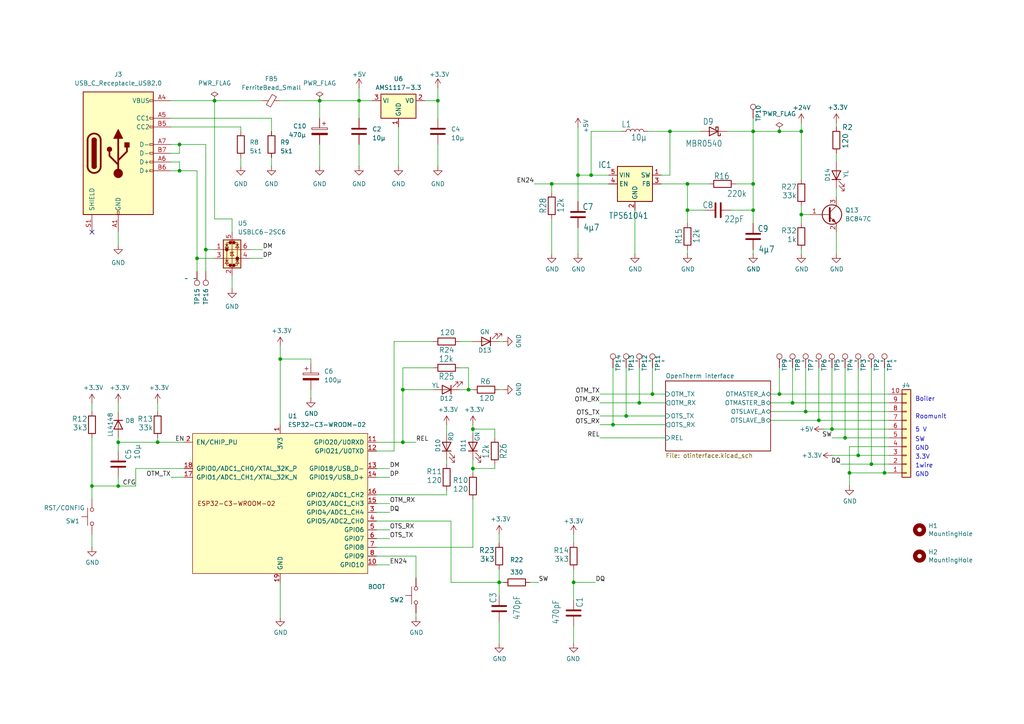
<source format=kicad_sch>
(kicad_sch (version 20250114) (generator "eeschema") (generator_version "9.0")
  (paper "A4")
  (title_block (title "OT Thing") (date "2025-01-08") (rev "2/25") (company "Seegel Systeme"))
  (text "Boiler" (at 265.43 116.586 0) (effects (font (size 1.27 1.27)) (justify left bottom)))
  (text "3.3V" (at 265.43 133.35 0) (effects (font (size 1.27 1.27)) (justify left bottom)))
  (text "GND" (at 265.43 130.81 0) (effects (font (size 1.27 1.27)) (justify left bottom)))
  (text "1wire" (at 265.43 135.89 0) (effects (font (size 1.27 1.27)) (justify left bottom)))
  (text "5 V" (at 265.43 125.476 0) (effects (font (size 1.27 1.27)) (justify left bottom)))
  (text "GND" (at 265.43 138.43 0) (effects (font (size 1.27 1.27)) (justify left bottom)))
  (text "SW" (at 265.43 128.27 0) (effects (font (size 1.27 1.27)) (justify left bottom)))
  (text "Roomunit" (at 265.43 121.666 0) (effects (font (size 1.27 1.27)) (justify left bottom)))
  (junction (at 252.73 134.62))
  (junction (at 232.41 62.23))
  (junction (at 127 29.21))
  (junction (at 246.38 137.16))
  (junction (at 237.49 121.92))
  (junction (at 177.8 123.19))
  (junction (at 245.11 127))
  (junction (at 232.41 38.1))
  (junction (at 218.44 60.96))
  (junction (at 92.71 29.21))
  (junction (at 135.89 113.03))
  (junction (at 229.87 116.84))
  (junction (at 199.39 60.96))
  (junction (at 218.44 53.34))
  (junction (at 166.37 168.91))
  (junction (at 226.06 114.3))
  (junction (at 218.44 38.1))
  (junction (at 171.45 50.8))
  (junction (at 34.29 140.97))
  (junction (at 199.39 53.34))
  (junction (at 189.23 114.3))
  (junction (at 45.72 128.27))
  (junction (at 194.31 38.1))
  (junction (at 52.07 41.91))
  (junction (at 81.28 104.14))
  (junction (at 59.69 72.39))
  (junction (at 181.61 120.65))
  (junction (at 241.3 124.46))
  (junction (at 34.29 128.27))
  (junction (at 26.67 140.97))
  (junction (at 256.54 137.16))
  (junction (at 62.23 29.21))
  (junction (at 167.64 50.8))
  (junction (at 52.07 49.53))
  (junction (at 226.06 38.1))
  (junction (at 104.14 29.21))
  (junction (at 144.78 168.91))
  (junction (at 160.02 53.34))
  (junction (at 185.42 116.84))
  (junction (at 57.15 74.93))
  (junction (at 248.92 132.08))
  (junction (at 137.16 135.89))
  (junction (at 137.16 124.46))
  (junction (at 116.84 128.27))
  (junction (at 116.84 113.03))
  (junction (at 233.68 119.38))
  (no_connect (at 26.67 67.31))
  (wire (pts (xy 129.54 133.35) (xy 129.54 134.62)))
  (wire (pts (xy 232.41 35.56) (xy 232.41 38.1)))
  (wire (pts (xy 226.06 38.1) (xy 232.41 38.1)))
  (wire (pts (xy 226.06 106.68) (xy 226.06 114.3)))
  (wire (pts (xy 144.78 99.06) (xy 146.05 99.06)))
  (wire (pts (xy 39.37 135.89) (xy 39.37 140.97)))
  (wire (pts (xy 167.64 50.8) (xy 167.64 58.42)))
  (wire (pts (xy 167.64 66.04) (xy 167.64 73.66)))
  (wire (pts (xy 248.92 106.68) (xy 248.92 132.08)))
  (wire (pts (xy 26.67 140.97) (xy 26.67 144.78)))
  (wire (pts (xy 49.53 36.83) (xy 69.85 36.83)))
  (wire (pts (xy 241.3 132.08) (xy 248.92 132.08)))
  (wire (pts (xy 57.15 49.53) (xy 57.15 74.93)))
  (wire (pts (xy 137.16 158.75) (xy 137.16 144.78)))
  (wire (pts (xy 242.57 54.61) (xy 242.57 57.15)))
  (wire (pts (xy 143.51 135.89) (xy 137.16 135.89)))
  (wire (pts (xy 109.22 156.21) (xy 113.03 156.21)))
  (wire (pts (xy 116.84 128.27) (xy 116.84 113.03)))
  (wire (pts (xy 62.23 29.21) (xy 76.2 29.21)))
  (wire (pts (xy 237.49 106.68) (xy 237.49 121.92)))
  (wire (pts (xy 127 41.91) (xy 127 48.26)))
  (wire (pts (xy 109.22 130.81) (xy 114.3 130.81)))
  (wire (pts (xy 223.52 114.3) (xy 226.06 114.3)))
  (wire (pts (xy 109.22 146.05) (xy 113.03 146.05)))
  (wire (pts (xy 166.37 168.91) (xy 166.37 173.99)))
  (wire (pts (xy 67.31 63.5) (xy 62.23 63.5)))
  (wire (pts (xy 252.73 106.68) (xy 252.73 134.62)))
  (wire (pts (xy 232.41 38.1) (xy 232.41 52.07)))
  (wire (pts (xy 144.78 168.91) (xy 144.78 172.72)))
  (wire (pts (xy 171.45 50.8) (xy 176.53 50.8)))
  (wire (pts (xy 243.84 134.62) (xy 252.73 134.62)))
  (wire (pts (xy 114.3 130.81) (xy 114.3 99.06)))
  (wire (pts (xy 229.87 106.68) (xy 229.87 116.84)))
  (wire (pts (xy 166.37 168.91) (xy 172.72 168.91)))
  (wire (pts (xy 116.84 106.68) (xy 116.84 113.03)))
  (wire (pts (xy 199.39 72.39) (xy 199.39 73.66)))
  (wire (pts (xy 137.16 135.89) (xy 137.16 137.16)))
  (wire (pts (xy 245.11 127) (xy 257.81 127)))
  (wire (pts (xy 185.42 106.68) (xy 185.42 116.84)))
  (wire (pts (xy 137.16 124.46) (xy 143.51 124.46)))
  (wire (pts (xy 210.82 38.1) (xy 218.44 38.1)))
  (wire (pts (xy 135.89 113.03) (xy 135.89 106.68)))
  (wire (pts (xy 160.02 63.5) (xy 160.02 73.66)))
  (wire (pts (xy 34.29 127) (xy 34.29 128.27)))
  (wire (pts (xy 109.22 128.27) (xy 116.84 128.27)))
  (wire (pts (xy 223.52 116.84) (xy 229.87 116.84)))
  (wire (pts (xy 92.71 41.91) (xy 92.71 48.26)))
  (wire (pts (xy 252.73 134.62) (xy 257.81 134.62)))
  (wire (pts (xy 166.37 181.61) (xy 166.37 186.69)))
  (wire (pts (xy 171.45 38.1) (xy 171.45 50.8)))
  (wire (pts (xy 59.69 72.39) (xy 62.23 72.39)))
  (wire (pts (xy 173.99 123.19) (xy 177.8 123.19)))
  (wire (pts (xy 120.65 177.8) (xy 120.65 179.07)))
  (wire (pts (xy 52.07 41.91) (xy 59.69 41.91)))
  (wire (pts (xy 229.87 116.84) (xy 257.81 116.84)))
  (wire (pts (xy 177.8 123.19) (xy 193.04 123.19)))
  (wire (pts (xy 171.45 38.1) (xy 180.34 38.1)))
  (wire (pts (xy 246.38 129.54) (xy 246.38 137.16)))
  (wire (pts (xy 144.78 113.03) (xy 146.05 113.03)))
  (wire (pts (xy 104.14 41.91) (xy 104.14 48.26)))
  (wire (pts (xy 114.3 99.06) (xy 125.73 99.06)))
  (wire (pts (xy 59.69 41.91) (xy 59.69 72.39)))
  (wire (pts (xy 184.15 60.96) (xy 184.15 73.66)))
  (wire (pts (xy 34.29 140.97) (xy 39.37 140.97)))
  (wire (pts (xy 115.57 36.83) (xy 115.57 48.26)))
  (wire (pts (xy 233.68 119.38) (xy 257.81 119.38)))
  (wire (pts (xy 129.54 143.51) (xy 129.54 142.24)))
  (wire (pts (xy 137.16 124.46) (xy 137.16 125.73)))
  (wire (pts (xy 173.99 120.65) (xy 181.61 120.65)))
  (wire (pts (xy 181.61 120.65) (xy 193.04 120.65)))
  (wire (pts (xy 187.96 38.1) (xy 194.31 38.1)))
  (wire (pts (xy 213.36 53.34) (xy 218.44 53.34)))
  (wire (pts (xy 49.53 46.99) (xy 52.07 46.99)))
  (wire (pts (xy 143.51 134.62) (xy 143.51 135.89)))
  (wire (pts (xy 237.49 121.92) (xy 257.81 121.92)))
  (wire (pts (xy 256.54 137.16) (xy 257.81 137.16)))
  (wire (pts (xy 26.67 127) (xy 26.67 140.97)))
  (wire (pts (xy 223.52 121.92) (xy 237.49 121.92)))
  (wire (pts (xy 246.38 137.16) (xy 246.38 140.97)))
  (wire (pts (xy 92.71 29.21) (xy 92.71 34.29)))
  (wire (pts (xy 144.78 165.1) (xy 144.78 168.91)))
  (wire (pts (xy 49.53 41.91) (xy 52.07 41.91)))
  (wire (pts (xy 45.72 127) (xy 45.72 128.27)))
  (wire (pts (xy 81.28 100.33) (xy 81.28 104.14)))
  (wire (pts (xy 143.51 124.46) (xy 143.51 127)))
  (wire (pts (xy 133.35 99.06) (xy 137.16 99.06)))
  (wire (pts (xy 218.44 60.96) (xy 218.44 64.77)))
  (wire (pts (xy 109.22 143.51) (xy 129.54 143.51)))
  (wire (pts (xy 116.84 113.03) (xy 125.73 113.03)))
  (wire (pts (xy 39.37 135.89) (xy 53.34 135.89)))
  (wire (pts (xy 218.44 53.34) (xy 218.44 60.96)))
  (wire (pts (xy 246.38 137.16) (xy 256.54 137.16)))
  (wire (pts (xy 218.44 38.1) (xy 218.44 53.34)))
  (wire (pts (xy 120.65 161.29) (xy 120.65 167.64)))
  (wire (pts (xy 90.17 104.14) (xy 81.28 104.14)))
  (wire (pts (xy 137.16 123.19) (xy 137.16 124.46)))
  (wire (pts (xy 242.57 67.31) (xy 242.57 73.66)))
  (wire (pts (xy 154.94 53.34) (xy 160.02 53.34)))
  (wire (pts (xy 57.15 74.93) (xy 62.23 74.93)))
  (wire (pts (xy 153.67 168.91) (xy 156.21 168.91)))
  (wire (pts (xy 212.09 60.96) (xy 218.44 60.96)))
  (wire (pts (xy 144.78 154.94) (xy 144.78 157.48)))
  (wire (pts (xy 194.31 38.1) (xy 194.31 50.8)))
  (wire (pts (xy 81.28 168.91) (xy 81.28 179.07)))
  (wire (pts (xy 144.78 168.91) (xy 146.05 168.91)))
  (wire (pts (xy 49.53 44.45) (xy 52.07 44.45)))
  (wire (pts (xy 185.42 116.84) (xy 193.04 116.84)))
  (wire (pts (xy 109.22 138.43) (xy 113.03 138.43)))
  (wire (pts (xy 109.22 148.59) (xy 113.03 148.59)))
  (wire (pts (xy 166.37 168.91) (xy 166.37 165.1)))
  (wire (pts (xy 133.35 113.03) (xy 135.89 113.03)))
  (wire (pts (xy 130.81 151.13) (xy 130.81 168.91)))
  (wire (pts (xy 52.07 46.99) (xy 52.07 49.53)))
  (wire (pts (xy 167.64 50.8) (xy 171.45 50.8)))
  (wire (pts (xy 125.73 106.68) (xy 116.84 106.68)))
  (wire (pts (xy 181.61 106.68) (xy 181.61 120.65)))
  (wire (pts (xy 173.99 127) (xy 193.04 127)))
  (wire (pts (xy 78.74 34.29) (xy 78.74 38.1)))
  (wire (pts (xy 127 29.21) (xy 127 34.29)))
  (wire (pts (xy 81.28 29.21) (xy 92.71 29.21)))
  (wire (pts (xy 26.67 116.84) (xy 26.67 119.38)))
  (wire (pts (xy 104.14 29.21) (xy 104.14 34.29)))
  (wire (pts (xy 232.41 62.23) (xy 234.95 62.23)))
  (wire (pts (xy 49.53 49.53) (xy 52.07 49.53)))
  (wire (pts (xy 246.38 129.54) (xy 257.81 129.54)))
  (wire (pts (xy 123.19 29.21) (xy 127 29.21)))
  (wire (pts (xy 204.47 60.96) (xy 199.39 60.96)))
  (wire (pts (xy 177.8 106.68) (xy 177.8 123.19)))
  (wire (pts (xy 45.72 116.84) (xy 45.72 119.38)))
  (wire (pts (xy 49.53 29.21) (xy 62.23 29.21)))
  (wire (pts (xy 241.3 127) (xy 245.11 127)))
  (wire (pts (xy 109.22 161.29) (xy 120.65 161.29)))
  (wire (pts (xy 45.72 128.27) (xy 53.34 128.27)))
  (wire (pts (xy 173.99 116.84) (xy 185.42 116.84)))
  (wire (pts (xy 130.81 168.91) (xy 144.78 168.91)))
  (wire (pts (xy 69.85 45.72) (xy 69.85 48.26)))
  (wire (pts (xy 194.31 38.1) (xy 203.2 38.1)))
  (wire (pts (xy 107.95 29.21) (xy 104.14 29.21)))
  (wire (pts (xy 52.07 41.91) (xy 52.07 44.45)))
  (wire (pts (xy 144.78 180.34) (xy 144.78 186.69)))
  (wire (pts (xy 129.54 123.19) (xy 129.54 125.73)))
  (wire (pts (xy 53.34 138.43) (xy 49.53 138.43)))
  (wire (pts (xy 226.06 114.3) (xy 257.81 114.3)))
  (wire (pts (xy 199.39 60.96) (xy 199.39 64.77)))
  (wire (pts (xy 135.89 106.68) (xy 133.35 106.68)))
  (wire (pts (xy 166.37 154.94) (xy 166.37 157.48)))
  (wire (pts (xy 173.99 114.3) (xy 189.23 114.3)))
  (wire (pts (xy 34.29 128.27) (xy 34.29 130.81)))
  (wire (pts (xy 57.15 74.93) (xy 57.15 78.74)))
  (wire (pts (xy 69.85 36.83) (xy 69.85 38.1)))
  (wire (pts (xy 52.07 49.53) (xy 57.15 49.53)))
  (wire (pts (xy 189.23 106.68) (xy 189.23 114.3)))
  (wire (pts (xy 26.67 158.75) (xy 26.67 154.94)))
  (wire (pts (xy 218.44 72.39) (xy 218.44 73.66)))
  (wire (pts (xy 238.76 124.46) (xy 241.3 124.46)))
  (wire (pts (xy 34.29 140.97) (xy 34.29 138.43)))
  (wire (pts (xy 34.29 128.27) (xy 45.72 128.27)))
  (wire (pts (xy 109.22 153.67) (xy 113.03 153.67)))
  (wire (pts (xy 109.22 163.83) (xy 113.03 163.83)))
  (wire (pts (xy 72.39 72.39) (xy 76.2 72.39)))
  (wire (pts (xy 232.41 72.39) (xy 232.41 73.66)))
  (wire (pts (xy 199.39 53.34) (xy 205.74 53.34)))
  (wire (pts (xy 92.71 29.21) (xy 104.14 29.21)))
  (wire (pts (xy 127 25.4) (xy 127 29.21)))
  (wire (pts (xy 256.54 106.68) (xy 256.54 137.16)))
  (wire (pts (xy 199.39 53.34) (xy 199.39 60.96)))
  (wire (pts (xy 248.92 132.08) (xy 257.81 132.08)))
  (wire (pts (xy 81.28 104.14) (xy 81.28 123.19)))
  (wire (pts (xy 191.77 53.34) (xy 199.39 53.34)))
  (wire (pts (xy 137.16 133.35) (xy 137.16 135.89)))
  (wire (pts (xy 34.29 67.31) (xy 34.29 71.12)))
  (wire (pts (xy 160.02 53.34) (xy 160.02 55.88)))
  (wire (pts (xy 26.67 140.97) (xy 34.29 140.97)))
  (wire (pts (xy 194.31 50.8) (xy 191.77 50.8)))
  (wire (pts (xy 116.84 128.27) (xy 120.65 128.27)))
  (wire (pts (xy 78.74 45.72) (xy 78.74 48.26)))
  (wire (pts (xy 218.44 38.1) (xy 226.06 38.1)))
  (wire (pts (xy 189.23 114.3) (xy 193.04 114.3)))
  (wire (pts (xy 62.23 29.21) (xy 62.23 63.5)))
  (wire (pts (xy 67.31 80.01) (xy 67.31 83.82)))
  (wire (pts (xy 67.31 63.5) (xy 67.31 67.31)))
  (wire (pts (xy 104.14 25.4) (xy 104.14 29.21)))
  (wire (pts (xy 233.68 106.68) (xy 233.68 119.38)))
  (wire (pts (xy 241.3 106.68) (xy 241.3 124.46)))
  (wire (pts (xy 242.57 44.45) (xy 242.57 46.99)))
  (wire (pts (xy 90.17 113.03) (xy 90.17 115.57)))
  (wire (pts (xy 218.44 34.29) (xy 218.44 38.1)))
  (wire (pts (xy 72.39 74.93) (xy 76.2 74.93)))
  (wire (pts (xy 109.22 135.89) (xy 113.03 135.89)))
  (wire (pts (xy 241.3 124.46) (xy 257.81 124.46)))
  (wire (pts (xy 167.64 36.83) (xy 167.64 50.8)))
  (wire (pts (xy 245.11 106.68) (xy 245.11 127)))
  (wire (pts (xy 49.53 34.29) (xy 78.74 34.29)))
  (wire (pts (xy 109.22 151.13) (xy 130.81 151.13)))
  (wire (pts (xy 223.52 119.38) (xy 233.68 119.38)))
  (wire (pts (xy 232.41 62.23) (xy 232.41 64.77)))
  (wire (pts (xy 109.22 158.75) (xy 137.16 158.75)))
  (wire (pts (xy 59.69 72.39) (xy 59.69 78.74)))
  (wire (pts (xy 160.02 53.34) (xy 176.53 53.34)))
  (wire (pts (xy 34.29 119.38) (xy 34.29 116.84)))
  (wire (pts (xy 90.17 104.14) (xy 90.17 105.41)))
  (wire (pts (xy 242.57 35.56) (xy 242.57 36.83)))
  (wire (pts (xy 232.41 59.69) (xy 232.41 62.23)))
  (wire (pts (xy 135.89 113.03) (xy 137.16 113.03)))
  (label "OTM_TX" (at 49.53 138.43 180))
  (label "OTM_RX" (at 173.99 116.84 180))
  (label "DP" (at 76.2 74.93 0))
  (label "OTS_RX" (at 113.03 153.67 0))
  (label "EN24" (at 113.03 163.83 0))
  (label "OTS_RX" (at 173.99 123.19 180))
  (label "REL" (at 120.65 128.27 0))
  (label "SW" (at 241.3 127 180))
  (label "OTS_TX" (at 173.99 120.65 180))
  (label "DQ" (at 172.72 168.91 0))
  (label "OTM_RX" (at 113.03 146.05 0))
  (label "EN" (at 50.8 128.27 0))
  (label "EN24" (at 154.94 53.34 180))
  (label "DP" (at 113.03 138.43 0))
  (label "DQ" (at 113.03 148.59 0))
  (label "SW" (at 156.21 168.91 0))
  (label "OTM_TX" (at 173.99 114.3 180))
  (label "OTS_TX" (at 113.03 156.21 0))
  (label "DM" (at 113.03 135.89 0))
  (label "CFG" (at 35.56 140.97 0))
  (label "DM" (at 76.2 72.39 0))
  (label "REL" (at 173.99 127 180))
  (label "DQ" (at 243.84 134.62 180))
  (symbol (lib_id "Mechanical:MountingHole") (at 266.7 153.67 0) (unit 1) (in_bom no)
    (property "Reference" "H1" (at 269.24 152.5016 0) (effects (justify left)))
    (property "Value" "MountingHole" (at 269.24 154.813 0) (effects (justify left)))
    (property "Footprint" "MountingHole:MountingHole_2.5mm" (effects (hide yes)))
  )
  (symbol (lib_id "Mechanical:MountingHole") (at 266.7 161.29 0) (unit 1) (in_bom no)
    (property "Reference" "H2" (at 269.24 160.1216 0) (effects (justify left)))
    (property "Value" "MountingHole" (at 269.24 162.433 0) (effects (justify left)))
    (property "Footprint" "MountingHole:MountingHole_2.5mm" (effects (hide yes)))
  )
  (symbol (lib_id "Connector:TestPoint") (at 177.8 106.68 0) (unit 1) (in_bom no)
    (property "Reference" "TP14" (at 179.324 107.696 90) (effects (justify left)))
    (property "Value" "~" (at 180.34 104.6479 0) (effects (justify left)))
    (property "Footprint" "TestPoint:TestPoint_THTPad_D1.5mm_Drill0.7mm" (effects (hide yes)))
    (property "Description" "test point" (effects (hide yes)))
  )
  (symbol (lib_id "power:GND") (at 146.05 113.03 90) (unit 1)
    (property "Reference" "#PWR043" (effects (hide yes)))
    (property "Value" "GND" (at 150.4442 112.903 0))
    (property "Description" "Power symbol creates a global label with name \"GND\" , ground" (effects (hide yes)))
  )
  (symbol (lib_id "Device:LED") (at 137.16 129.54 90) (unit 1)
    (property "Reference" "D11" (at 134.366 127.254 0) (effects (justify right)))
    (property "Value" "GN" (at 138.43 125.222 0) (effects (justify right)))
    (property "Footprint" "LED_SMD:LED_0805_2012Metric" (effects (hide yes)))
    (property "Description" "Light emitting diode" (effects (hide yes)))
    (property "LCSC" "C965815" (effects (hide yes)))
    (property "Sim.Pins" "1=K 2=A" (effects (hide yes)))
  )
  (symbol (lib_id "power:+3.3V") (at 166.37 154.94 0) (mirror y) (unit 1)
    (property "Reference" "#PWR022" (effects (hide yes)))
    (property "Value" "+3.3V" (at 166.37 151.13 0))
    (property "Description" "Power symbol creates a global label with name \"+3.3V\"" (effects (hide yes)))
  )
  (symbol (lib_id "Device:R") (at 199.39 68.58 0) (unit 1)
    (property "Reference" "R15" (at 197.866 70.866 90) (effects (font (size 1.778 1.5113)) (justify left bottom)))
    (property "Value" "12k" (at 202.946 70.612 90) (effects (font (size 1.778 1.5113)) (justify left bottom)))
    (property "Footprint" "Resistor_SMD:R_0805_2012Metric" (effects (hide yes)))
    (property "LCSC" "C17444" (effects (hide yes)))
  )
  (symbol (lib_id "Device:C") (at 144.78 176.53 0) (unit 1)
    (property "Reference" "C3" (at 144.018 175.006 90) (effects (font (size 1.778 1.5113)) (justify left bottom)))
    (property "Value" "470pF" (at 150.876 179.832 90) (effects (font (size 1.778 1.5113)) (justify left bottom)))
    (property "Footprint" "Capacitor_SMD:C_0805_2012Metric" (effects (hide yes)))
    (property "LCSC" "C62771" (effects (hide yes)))
  )
  (symbol (lib_id "power:GND") (at 120.65 179.07 0) (unit 1)
    (property "Reference" "#PWR010" (effects (hide yes)))
    (property "Value" "GND" (at 120.777 183.4642 0))
    (property "Description" "Power symbol creates a global label with name \"GND\" , ground" (effects (hide yes)))
  )
  (symbol (lib_id "power:GND") (at 90.17 115.57 0) (unit 1)
    (property "Reference" "#PWR024" (effects (hide yes)))
    (property "Value" "GND" (at 90.297 119.9642 0))
    (property "Description" "Power symbol creates a global label with name \"GND\" , ground" (effects (hide yes)))
  )
  (symbol (lib_id "power:GND") (at 34.29 71.12 0) (unit 1)
    (property "Reference" "#PWR01" (effects (hide yes)))
    (property "Value" "GND" (at 34.29 76.2 0))
    (property "Description" "Power symbol creates a global label with name \"GND\" , ground" (effects (hide yes)))
  )
  (symbol (lib_id "Device:C") (at 166.37 177.8 0) (mirror y) (unit 1)
    (property "Reference" "C1" (at 167.132 176.276 90) (effects (font (size 1.778 1.5113)) (justify left bottom)))
    (property "Value" "470pF" (at 160.274 181.102 90) (effects (font (size 1.778 1.5113)) (justify left bottom)))
    (property "Footprint" "Capacitor_SMD:C_0805_2012Metric" (effects (hide yes)))
    (property "LCSC" "C62771" (effects (hide yes)))
  )
  (symbol (lib_id "Connector:TestPoint") (at 252.73 106.68 0) (unit 1) (in_bom no)
    (property "Reference" "TP2" (at 254.254 107.696 90) (effects (justify left)))
    (property "Value" "~" (at 255.27 104.6479 0) (effects (justify left)))
    (property "Footprint" "TestPoint:TestPoint_THTPad_D1.5mm_Drill0.7mm" (effects (hide yes)))
    (property "Description" "test point" (effects (hide yes)))
  )
  (symbol (lib_id "Device:C") (at 218.44 68.58 0) (unit 1)
    (property "Reference" "C9" (at 219.71 67.31 0) (effects (font (size 1.778 1.5113)) (justify left bottom)))
    (property "Value" "4µ7" (at 219.964 73.279 0) (effects (font (size 1.778 1.5113)) (justify left bottom)))
    (property "Footprint" "Capacitor_SMD:C_0805_2012Metric" (effects (hide yes)))
    (property "LCSC" "C2918489" (effects (hide yes)))
  )
  (symbol (lib_id "power:+3.3V") (at 129.54 123.19 0) (unit 1)
    (property "Reference" "#PWR014" (effects (hide yes)))
    (property "Value" "+3.3V" (at 129.921 118.7958 0))
    (property "Description" "Power symbol creates a global label with name \"+3.3V\"" (effects (hide yes)))
  )
  (symbol (lib_id "power:+3.3V") (at 26.67 116.84 0) (unit 1)
    (property "Reference" "#PWR017" (effects (hide yes)))
    (property "Value" "+3.3V" (at 27.051 112.4458 0))
    (property "Description" "Power symbol creates a global label with name \"+3.3V\"" (effects (hide yes)))
  )
  (symbol (lib_id "power:+3.3V") (at 137.16 123.19 0) (unit 1)
    (property "Reference" "#PWR041" (effects (hide yes)))
    (property "Value" "+3.3V" (at 137.541 118.7958 0))
    (property "Description" "Power symbol creates a global label with name \"+3.3V\"" (effects (hide yes)))
  )
  (symbol (lib_id "power:GND") (at 104.14 48.26 0) (unit 1)
    (property "Reference" "#PWR012" (effects (hide yes)))
    (property "Value" "GND" (at 104.14 53.34 0))
    (property "Description" "Power symbol creates a global label with name \"GND\" , ground" (effects (hide yes)))
  )
  (symbol (lib_id "Connector:TestPoint") (at 185.42 106.68 0) (unit 1) (in_bom no)
    (property "Reference" "TP12" (at 186.944 107.696 90) (effects (justify left)))
    (property "Value" "~" (at 187.96 104.6479 0) (effects (justify left)))
    (property "Footprint" "TestPoint:TestPoint_THTPad_D1.5mm_Drill0.7mm" (effects (hide yes)))
    (property "Description" "test point" (effects (hide yes)))
  )
  (symbol (lib_id "Device:C_Polarized") (at 90.17 109.22 0) (unit 1)
    (property "Reference" "C6" (at 93.98 107.696 0) (effects (justify left)))
    (property "Value" "100µ" (at 93.98 110.236 0) (effects (justify left)))
    (property "Footprint" "Capacitor_SMD:CP_Elec_6.3x5.4" (effects (hide yes)))
    (property "LCSC" "C2887276" (effects (hide yes)))
  )
  (symbol (lib_id "power:GND") (at 166.37 186.69 0) (mirror y) (unit 1)
    (property "Reference" "#PWR042" (effects (hide yes)))
    (property "Value" "GND" (at 166.243 191.0842 0))
    (property "Description" "Power symbol creates a global label with name \"GND\" , ground" (effects (hide yes)))
  )
  (symbol (lib_id "power:GND") (at 232.41 73.66 0) (unit 1)
    (property "Reference" "#PWR063" (effects (hide yes)))
    (property "Value" "GND" (at 232.537 78.0542 0))
    (property "Description" "Power symbol creates a global label with name \"GND\" , ground" (effects (hide yes)))
  )
  (symbol (lib_id "Switch:SW_Push") (at 26.67 149.86 90) (mirror x) (unit 1)
    (property "Reference" "SW1" (at 19.05 151.13 90) (effects (justify right)))
    (property "Value" "RST/CONFIG" (at 12.7 147.32 90) (effects (justify right)))
    (property "Footprint" "Button_Switch_THT:SW_Tactile_SPST_Angled_PTS645Vx83-2LFS" (effects (hide yes)))
    (property "LCSC" "C2837540" (effects (hide yes)))
  )
  (symbol (lib_id "Connector:TestPoint") (at 245.11 106.68 0) (unit 1) (in_bom no)
    (property "Reference" "TP4" (at 246.634 107.696 90) (effects (justify left)))
    (property "Value" "~" (at 247.65 104.6479 0) (effects (justify left)))
    (property "Footprint" "TestPoint:TestPoint_THTPad_D1.5mm_Drill0.7mm" (effects (hide yes)))
    (property "Description" "test point" (effects (hide yes)))
  )
  (symbol (lib_id "power:+3.3V") (at 127 25.4 0) (unit 1)
    (property "Reference" "#PWR015" (effects (hide yes)))
    (property "Value" "+3.3V" (at 124.46 21.59 0) (effects (justify left)))
    (property "Description" "Power symbol creates a global label with name \"+3.3V\"" (effects (hide yes)))
  )
  (symbol (lib_id "Device:R") (at 140.97 113.03 270) (unit 1)
    (property "Reference" "R6" (at 139.192 111.506 90) (effects (font (size 1.4986 1.4986)) (justify left bottom)))
    (property "Value" "120" (at 138.938 116.332 90) (effects (font (size 1.4986 1.4986)) (justify left bottom)))
    (property "Footprint" "Resistor_SMD:R_0805_2012Metric" (effects (hide yes)))
    (property "LCSC" "C17437" (effects (hide yes)))
  )
  (symbol (lib_id "Device:R") (at 129.54 138.43 180) (unit 1)
    (property "Reference" "R11" (at 128.27 135.89 0) (effects (font (size 1.4986 1.4986)) (justify left bottom)))
    (property "Value" "120" (at 128.27 138.43 0) (effects (font (size 1.4986 1.4986)) (justify left bottom)))
    (property "Footprint" "Resistor_SMD:R_0805_2012Metric" (effects (hide yes)))
    (property "LCSC" "C17437" (effects (hide yes)))
  )
  (symbol (lib_id "Device:R") (at 69.85 41.91 0) (unit 1)
    (property "Reference" "R8" (at 72.39 41.275 0) (effects (justify left)))
    (property "Value" "5k1" (at 72.39 43.815 0) (effects (justify left)))
    (property "Footprint" "Resistor_SMD:R_0805_2012Metric" (effects (hide yes)))
    (property "LCSC" "C118848" (effects (hide yes)))
  )
  (symbol (lib_id "power:+3.3V") (at 81.28 100.33 0) (unit 1)
    (property "Reference" "#PWR023" (effects (hide yes)))
    (property "Value" "+3.3V" (at 81.661 95.9358 0))
    (property "Description" "Power symbol creates a global label with name \"+3.3V\"" (effects (hide yes)))
  )
  (symbol (lib_id "Connector:TestPoint") (at 229.87 106.68 0) (unit 1) (in_bom no)
    (property "Reference" "TP8" (at 231.394 107.696 90) (effects (justify left)))
    (property "Value" "~" (at 232.41 104.6479 0) (effects (justify left)))
    (property "Footprint" "TestPoint:TestPoint_THTPad_D1.5mm_Drill0.7mm" (effects (hide yes)))
    (property "Description" "test point" (effects (hide yes)))
  )
  (symbol (lib_id "Connector:TestPoint") (at 57.15 78.74 180) (unit 1) (in_bom no)
    (property "Reference" "TP15" (at 57.15 83.566 90) (effects (justify left)))
    (property "Value" "~" (at 54.61 80.7721 0) (effects (justify left)))
    (property "Footprint" "TestPoint:TestPoint_THTPad_D1.5mm_Drill0.7mm" (effects (hide yes)))
    (property "Description" "test point" (effects (hide yes)))
  )
  (symbol (lib_id "power:GND") (at 78.74 48.26 0) (unit 1)
    (property "Reference" "#PWR08" (effects (hide yes)))
    (property "Value" "GND" (at 78.74 53.34 0))
    (property "Description" "Power symbol creates a global label with name \"GND\" , ground" (effects (hide yes)))
  )
  (symbol (lib_id "Device:C_Polarized") (at 92.71 38.1 0) (mirror y) (unit 1)
    (property "Reference" "C10" (at 88.9 36.576 0) (effects (justify left)))
    (property "Value" "470µ" (at 88.9 39.116 0) (effects (justify left)))
    (property "Footprint" "Capacitor_SMD:CP_Elec_6.3x7.7" (effects (hide yes)))
    (property "LCSC" "C87858" (effects (hide yes)))
  )
  (symbol (lib_id "Device:R") (at 232.41 55.88 180) (unit 1)
    (property "Reference" "R27" (at 231.14 53.34 0) (effects (font (size 1.4986 1.4986)) (justify left bottom)))
    (property "Value" "33k" (at 231.14 55.88 0) (effects (font (size 1.4986 1.4986)) (justify left bottom)))
    (property "Footprint" "Resistor_SMD:R_0805_2012Metric" (effects (hide yes)))
    (property "LCSC" "C17633" (effects (hide yes)))
  )
  (symbol (lib_id "power:+5V") (at 238.76 124.46 90) (unit 1)
    (property "Reference" "#PWR025" (effects (hide yes)))
    (property "Value" "+5V" (at 235.966 124.46 90) (effects (justify left)))
    (property "Description" "Power symbol creates a global label with name \"+5V\"" (effects (hide yes)))
  )
  (symbol (lib_id "Device:LED") (at 242.57 50.8 90) (unit 1)
    (property "Reference" "D14" (at 240.03 48.768 0) (effects (justify right)))
    (property "Value" "YL" (at 245.364 49.276 0) (effects (justify right)))
    (property "Footprint" "LED_SMD:LED_0805_2012Metric" (effects (hide yes)))
    (property "Description" "Light emitting diode" (effects (hide yes)))
    (property "LCSC" "C965816" (effects (hide yes)))
    (property "Sim.Pins" "1=K 2=A" (effects (hide yes)))
  )
  (symbol (lib_id "Device:R") (at 129.54 99.06 270) (unit 1)
    (property "Reference" "R24" (at 127.254 102.362 90) (effects (font (size 1.4986 1.4986)) (justify left bottom)))
    (property "Value" "120" (at 127.508 97.282 90) (effects (font (size 1.4986 1.4986)) (justify left bottom)))
    (property "Footprint" "Resistor_SMD:R_0805_2012Metric" (effects (hide yes)))
    (property "LCSC" "C17437" (effects (hide yes)))
  )
  (symbol (lib_id "Connector:TestPoint") (at 189.23 106.68 0) (unit 1) (in_bom no)
    (property "Reference" "TP11" (at 190.754 107.696 90) (effects (justify left)))
    (property "Value" "~" (at 191.77 104.6479 0) (effects (justify left)))
    (property "Footprint" "TestPoint:TestPoint_THTPad_D1.5mm_Drill0.7mm" (effects (hide yes)))
    (property "Description" "test point" (effects (hide yes)))
  )
  (symbol (lib_id "power:GND") (at 92.71 48.26 0) (unit 1)
    (property "Reference" "#PWR060" (effects (hide yes)))
    (property "Value" "GND" (at 92.71 53.34 0))
    (property "Description" "Power symbol creates a global label with name \"GND\" , ground" (effects (hide yes)))
  )
  (symbol (lib_id "Device:C") (at 104.14 38.1 0) (unit 1)
    (property "Reference" "C2" (at 107.95 37.465 0) (effects (justify left)))
    (property "Value" "10µ" (at 107.95 40.005 0) (effects (justify left)))
    (property "Footprint" "Capacitor_SMD:C_0805_2012Metric" (effects (hide yes)))
    (property "LCSC" "C90543" (effects (hide yes)))
  )
  (symbol (lib_id "power:GND") (at 81.28 179.07 0) (unit 1)
    (property "Reference" "#PWR040" (effects (hide yes)))
    (property "Value" "GND" (at 81.407 183.4642 0))
    (property "Description" "Power symbol creates a global label with name \"GND\" , ground" (effects (hide yes)))
  )
  (symbol (lib_id "power:+3.3V") (at 242.57 35.56 0) (unit 1)
    (property "Reference" "#PWR064" (effects (hide yes)))
    (property "Value" "+3.3V" (at 242.951 31.1658 0))
    (property "Description" "Power symbol creates a global label with name \"+3.3V\"" (effects (hide yes)))
  )
  (symbol (lib_id "power:PWR_FLAG") (at 92.71 29.21 0) (unit 1)
    (property "Reference" "#FLG02" (effects (hide yes)))
    (property "Value" "PWR_FLAG" (at 92.71 24.13 0))
    (property "Description" "Special symbol for telling ERC where power comes from" (effects (hide yes)))
  )
  (symbol (lib_id "Power_Protection:USBLC6-2SC6") (at 67.31 72.39 0) (unit 1)
    (property "Reference" "U5" (at 68.9611 64.77 0) (effects (justify left)))
    (property "Value" "USBLC6-2SC6" (at 68.9611 67.31 0) (effects (justify left)))
    (property "Footprint" "Package_TO_SOT_SMD:SOT-23-6" (effects (hide yes)))
    (property "Datasheet" "https://www.st.com/resource/en/datasheet/usblc6-2.pdf" (effects (hide yes)))
    (property "Description" "Very low capacitance ESD protection diode, 2 data-line, SOT-23-6" (effects (hide yes)))
    (property "LCSC" "C2827654" (effects (hide yes)))
  )
  (symbol (lib_id "Connector:TestPoint") (at 181.61 106.68 0) (unit 1) (in_bom no)
    (property "Reference" "TP13" (at 183.134 107.696 90) (effects (justify left)))
    (property "Value" "~" (at 184.15 104.6479 0) (effects (justify left)))
    (property "Footprint" "TestPoint:TestPoint_THTPad_D1.5mm_Drill0.7mm" (effects (hide yes)))
    (property "Description" "test point" (effects (hide yes)))
  )
  (symbol (lib_id "power:GND") (at 167.64 73.66 0) (unit 1)
    (property "Reference" "#PWR033" (effects (hide yes)))
    (property "Value" "GND" (at 167.767 78.0542 0))
    (property "Description" "Power symbol creates a global label with name \"GND\" , ground" (effects (hide yes)))
  )
  (symbol (lib_id "Device:R") (at 45.72 123.19 180) (unit 1)
    (property "Reference" "R13" (at 44.45 120.65 0) (effects (font (size 1.4986 1.4986)) (justify left bottom)))
    (property "Value" "33k" (at 44.45 123.19 0) (effects (font (size 1.4986 1.4986)) (justify left bottom)))
    (property "Footprint" "Resistor_SMD:R_0805_2012Metric" (effects (hide yes)))
    (property "LCSC" "C17633" (effects (hide yes)))
  )
  (symbol (lib_id "Connector:TestPoint") (at 248.92 106.68 0) (unit 1) (in_bom no)
    (property "Reference" "TP3" (at 250.444 107.696 90) (effects (justify left)))
    (property "Value" "~" (at 251.46 104.6479 0) (effects (justify left)))
    (property "Footprint" "TestPoint:TestPoint_THTPad_D1.5mm_Drill0.7mm" (effects (hide yes)))
    (property "Description" "test point" (effects (hide yes)))
  )
  (symbol (lib_id "power:PWR_FLAG") (at 226.06 38.1 0) (unit 1)
    (property "Reference" "#FLG03" (effects (hide yes)))
    (property "Value" "PWR_FLAG" (at 226.06 33.02 0))
    (property "Description" "Special symbol for telling ERC where power comes from" (effects (hide yes)))
  )
  (symbol (lib_id "Device:R") (at 160.02 59.69 0) (unit 1)
    (property "Reference" "R28" (at 158.496 61.976 90) (effects (font (size 1.778 1.5113)) (justify left bottom)))
    (property "Value" "12k" (at 163.576 61.722 90) (effects (font (size 1.778 1.5113)) (justify left bottom)))
    (property "Footprint" "Resistor_SMD:R_0805_2012Metric" (effects (hide yes)))
    (property "LCSC" "C17444" (effects (hide yes)))
  )
  (symbol (lib_id "power:+24V") (at 232.41 35.56 0) (mirror y) (unit 1)
    (property "Reference" "#PWR038" (effects (hide yes)))
    (property "Value" "+24V" (at 229.87 31.242 0) (effects (justify right)))
    (property "Description" "Power symbol creates a global label with name \"+24V\"" (effects (hide yes)))
  )
  (symbol (lib_id "Switch:SW_Push") (at 120.65 172.72 90) (mirror x) (unit 1)
    (property "Reference" "SW2" (at 113.03 173.99 90) (effects (justify right)))
    (property "Value" "BOOT" (at 106.68 170.18 90) (effects (justify right)))
    (property "Footprint" "Button_Switch_SMD:SW_SPST_CK_RS282G05A3" (effects (hide yes)))
    (property "LCSC" "C2888954" (effects (hide yes)))
  )
  (symbol (lib_id "Device:R") (at 232.41 68.58 180) (unit 1)
    (property "Reference" "R32" (at 231.14 66.04 0) (effects (font (size 1.4986 1.4986)) (justify left bottom)))
    (property "Value" "1k" (at 231.14 68.58 0) (effects (font (size 1.4986 1.4986)) (justify left bottom)))
    (property "Footprint" "Resistor_SMD:R_0805_2012Metric" (effects (hide yes)))
    (property "LCSC" "C17513" (effects (hide yes)))
  )
  (symbol (lib_id "Connector:TestPoint") (at 237.49 106.68 0) (unit 1) (in_bom no)
    (property "Reference" "TP6" (at 239.014 107.696 90) (effects (justify left)))
    (property "Value" "~" (at 240.03 104.6479 0) (effects (justify left)))
    (property "Footprint" "TestPoint:TestPoint_THTPad_D1.5mm_Drill0.7mm" (effects (hide yes)))
    (property "Description" "test point" (effects (hide yes)))
  )
  (symbol (lib_id "Regulator_Switching:TPS61041DBV") (at 184.15 53.34 0) (unit 1)
    (property "Reference" "IC1" (at 173.482 48.768 0) (effects (font (size 1.778 1.5113)) (justify left bottom)))
    (property "Value" "TPS61041" (at 176.53 63.5 0) (effects (font (size 1.778 1.5113)) (justify left bottom)))
    (property "Footprint" "Package_TO_SOT_SMD:SOT-23-5" (effects (hide yes)))
    (property "Datasheet" "http://www.ti.com/lit/ds/symlink/tps61040.pdf" (effects (hide yes)))
    (property "Description" "Synchronous Boost Regulator, Adjustable Output up to 28V, 250 mA Switch Current Limit, SOT-23-5" (effects (hide yes)))
    (property "LCSC" "C9846" (effects (hide yes)))
  )
  (symbol (lib_id "power:GND") (at 184.15 73.66 0) (unit 1)
    (property "Reference" "#PWR034" (effects (hide yes)))
    (property "Value" "GND" (at 184.277 78.0542 0))
    (property "Description" "Power symbol creates a global label with name \"GND\" , ground" (effects (hide yes)))
  )
  (symbol (lib_id "Device:R") (at 242.57 40.64 180) (unit 1)
    (property "Reference" "R2" (at 247.396 36.068 0) (effects (font (size 1.4986 1.4986)) (justify left bottom)))
    (property "Value" "120" (at 244.348 38.608 90) (effects (font (size 1.4986 1.4986)) (justify left bottom)))
    (property "Footprint" "Resistor_SMD:R_0805_2012Metric" (effects (hide yes)))
    (property "LCSC" "C17437" (effects (hide yes)))
  )
  (symbol (lib_id "power:GND") (at 246.38 140.97 0) (unit 1)
    (property "Reference" "#PWR021" (effects (hide yes)))
    (property "Value" "GND" (at 246.507 145.3642 0))
    (property "Description" "Power symbol creates a global label with name \"GND\" , ground" (effects (hide yes)))
  )
  (symbol (lib_id "power:GND") (at 242.57 73.66 0) (unit 1)
    (property "Reference" "#PWR027" (effects (hide yes)))
    (property "Value" "GND" (at 242.697 78.0542 0))
    (property "Description" "Power symbol creates a global label with name \"GND\" , ground" (effects (hide yes)))
  )
  (symbol (lib_id "Connector:TestPoint") (at 241.3 106.68 0) (unit 1) (in_bom no)
    (property "Reference" "TP5" (at 242.824 107.696 90) (effects (justify left)))
    (property "Value" "~" (at 243.84 104.6479 0) (effects (justify left)))
    (property "Footprint" "TestPoint:TestPoint_THTPad_D1.5mm_Drill0.7mm" (effects (hide yes)))
    (property "Description" "test point" (effects (hide yes)))
  )
  (symbol (lib_id "Device:R") (at 149.86 168.91 270) (unit 1)
    (property "Reference" "R22" (at 149.86 162.3822 90))
    (property "Value" "330" (at 149.86 165.9636 90))
    (property "Footprint" "Resistor_SMD:R_0805_2012Metric" (effects (hide yes)))
    (property "LCSC" "C17630" (effects (hide yes)))
  )
  (symbol (lib_id "power:GND") (at 115.57 48.26 0) (unit 1)
    (property "Reference" "#PWR013" (effects (hide yes)))
    (property "Value" "GND" (at 115.57 53.34 0))
    (property "Description" "Power symbol creates a global label with name \"GND\" , ground" (effects (hide yes)))
  )
  (symbol (lib_id "Device:C") (at 34.29 134.62 0) (unit 1)
    (property "Reference" "C5" (at 38.1 133.35 90) (effects (font (size 1.4986 1.4986)) (justify left bottom)))
    (property "Value" "10µ" (at 40.64 133.35 90) (effects (font (size 1.4986 1.4986)) (justify left bottom)))
    (property "Footprint" "Capacitor_SMD:C_0805_2012Metric" (effects (hide yes)))
    (property "LCSC" "C90543" (effects (hide yes)))
  )
  (symbol (lib_id "Device:R") (at 26.67 123.19 180) (unit 1)
    (property "Reference" "R12" (at 25.4 120.65 0) (effects (font (size 1.4986 1.4986)) (justify left bottom)))
    (property "Value" "3k3" (at 25.4 123.19 0) (effects (font (size 1.4986 1.4986)) (justify left bottom)))
    (property "Footprint" "Resistor_SMD:R_0805_2012Metric" (effects (hide yes)))
    (property "LCSC" "C26010" (effects (hide yes)))
  )
  (symbol (lib_id "Device:R") (at 144.78 161.29 180) (unit 1)
    (property "Reference" "R23" (at 143.51 158.75 0) (effects (font (size 1.4986 1.4986)) (justify left bottom)))
    (property "Value" "3k3" (at 143.51 161.29 0) (effects (font (size 1.4986 1.4986)) (justify left bottom)))
    (property "Footprint" "Resistor_SMD:R_0805_2012Metric" (effects (hide yes)))
    (property "LCSC" "C26010" (effects (hide yes)))
  )
  (symbol (lib_id "power:+3.3V") (at 241.3 132.08 90) (unit 1)
    (property "Reference" "#PWR03" (effects (hide yes)))
    (property "Value" "+3.3V" (at 235.458 132.08 90))
    (property "Description" "Power symbol creates a global label with name \"+3.3V\"" (effects (hide yes)))
  )
  (symbol (lib_id "Connector:TestPoint") (at 256.54 106.68 0) (unit 1) (in_bom no)
    (property "Reference" "TP1" (at 258.064 107.696 90) (effects (justify left)))
    (property "Value" "~" (at 259.08 104.6479 0) (effects (justify left)))
    (property "Footprint" "TestPoint:TestPoint_THTPad_D1.5mm_Drill0.7mm" (effects (hide yes)))
    (property "Description" "test point" (effects (hide yes)))
  )
  (symbol (lib_id "Connector:TestPoint") (at 59.69 78.74 180) (unit 1) (in_bom no)
    (property "Reference" "TP16" (at 59.69 83.566 90) (effects (justify left)))
    (property "Value" "~" (at 57.15 80.7721 0) (effects (justify left)))
    (property "Footprint" "TestPoint:TestPoint_THTPad_D1.5mm_Drill0.7mm" (effects (hide yes)))
    (property "Description" "test point" (effects (hide yes)))
  )
  (symbol (lib_id "Connector:USB_C_Receptacle_USB2.0_14P") (at 34.29 44.45 0) (unit 1)
    (property "Reference" "J3" (at 34.29 21.59 0))
    (property "Value" "USB_C_Receptacle_USB2.0" (at 34.29 24.13 0))
    (property "Footprint" "Connector_USB:USB_C_Receptacle_HRO_TYPE-C-31-M-12" (effects (hide yes)))
    (property "Datasheet" "https://www.usb.org/sites/default/files/documents/usb_type-c.zip" (effects (hide yes)))
    (property "Description" "USB 2.0-only 14P Type-C Receptacle connector" (effects (hide yes)))
    (property "LCSC" "C2927038" (effects (hide yes)))
  )
  (symbol (lib_id "Device:C") (at 167.64 62.23 0) (unit 1)
    (property "Reference" "C7" (at 168.91 60.96 0) (effects (font (size 1.778 1.5113)) (justify left bottom)))
    (property "Value" "4µ7" (at 169.164 66.929 0) (effects (font (size 1.778 1.5113)) (justify left bottom)))
    (property "Footprint" "Capacitor_SMD:C_0805_2012Metric" (effects (hide yes)))
    (property "LCSC" "C2918489" (effects (hide yes)))
  )
  (symbol (lib_id "power:GND") (at 26.67 158.75 0) (unit 1)
    (property "Reference" "#PWR018" (effects (hide yes)))
    (property "Value" "GND" (at 26.797 163.1442 0))
    (property "Description" "Power symbol creates a global label with name \"GND\" , ground" (effects (hide yes)))
  )
  (symbol (lib_id "power:GND") (at 218.44 73.66 0) (unit 1)
    (property "Reference" "#PWR036" (effects (hide yes)))
    (property "Value" "GND" (at 218.567 78.0542 0))
    (property "Description" "Power symbol creates a global label with name \"GND\" , ground" (effects (hide yes)))
  )
  (symbol (lib_id "Device:R") (at 78.74 41.91 0) (unit 1)
    (property "Reference" "R9" (at 81.28 41.275 0) (effects (justify left)))
    (property "Value" "5k1" (at 81.28 43.815 0) (effects (justify left)))
    (property "Footprint" "Resistor_SMD:R_0805_2012Metric" (effects (hide yes)))
    (property "LCSC" "C118848" (effects (hide yes)))
  )
  (symbol (lib_id "power:PWR_FLAG") (at 62.23 29.21 0) (unit 1)
    (property "Reference" "#FLG01" (effects (hide yes)))
    (property "Value" "PWR_FLAG" (at 62.23 24.13 0))
    (property "Description" "Special symbol for telling ERC where power comes from" (effects (hide yes)))
  )
  (symbol (lib_id "Device:R") (at 129.54 106.68 90) (unit 1)
    (property "Reference" "R25" (at 131.826 108.204 90) (effects (font (size 1.778 1.5113)) (justify left bottom)))
    (property "Value" "12k" (at 131.572 103.124 90) (effects (font (size 1.778 1.5113)) (justify left bottom)))
    (property "Footprint" "Resistor_SMD:R_0805_2012Metric" (effects (hide yes)))
    (property "LCSC" "C17444" (effects (hide yes)))
  )
  (symbol (lib_id "Device:LED") (at 129.54 113.03 180) (unit 1)
    (property "Reference" "D12" (at 127.508 115.57 0) (effects (justify right)))
    (property "Value" "YL" (at 125.222 111.76 0) (effects (justify right)))
    (property "Footprint" "LED_SMD:LED_0805_2012Metric" (effects (hide yes)))
    (property "Description" "Light emitting diode" (effects (hide yes)))
    (property "LCSC" "C965816" (effects (hide yes)))
    (property "Sim.Pins" "1=K 2=A" (effects (hide yes)))
  )
  (symbol (lib_id "power:GND") (at 160.02 73.66 0) (unit 1)
    (property "Reference" "#PWR045" (effects (hide yes)))
    (property "Value" "GND" (at 160.147 78.0542 0))
    (property "Description" "Power symbol creates a global label with name \"GND\" , ground" (effects (hide yes)))
  )
  (symbol (lib_id "Diode:LL4148") (at 34.29 123.19 270) (unit 1)
    (property "Reference" "D8" (at 36.322 122.0216 90) (effects (justify left)))
    (property "Value" "LL4148" (at 32.004 119.634 0) (effects (justify left)))
    (property "Footprint" "Diode_SMD:D_MiniMELF" (effects (hide yes)))
    (property "Datasheet" "http://www.vishay.com/docs/85557/ll4148.pdf" (effects (hide yes)))
    (property "Description" "100V 0.15A standard switching diode, MiniMELF" (effects (hide yes)))
    (property "LCSC" "C435829" (effects (hide yes)))
    (property "Sim.Device" "D" (effects (hide yes)))
    (property "Sim.Pins" "1=K 2=A" (effects (hide yes)))
  )
  (symbol (lib_id "Connector:TestPoint") (at 233.68 106.68 0) (unit 1) (in_bom no)
    (property "Reference" "TP7" (at 235.204 107.696 90) (effects (justify left)))
    (property "Value" "~" (at 236.22 104.6479 0) (effects (justify left)))
    (property "Footprint" "TestPoint:TestPoint_THTPad_D1.5mm_Drill0.7mm" (effects (hide yes)))
    (property "Description" "test point" (effects (hide yes)))
  )
  (symbol (lib_id "Device:LED") (at 129.54 129.54 90) (unit 1)
    (property "Reference" "D10" (at 127 127.254 0) (effects (justify right)))
    (property "Value" "RD" (at 130.81 125.222 0) (effects (justify right)))
    (property "Footprint" "LED_SMD:LED_0805_2012Metric" (effects (hide yes)))
    (property "Description" "Light emitting diode" (effects (hide yes)))
    (property "LCSC" "C2943978" (effects (hide yes)))
    (property "Sim.Pins" "1=K 2=A" (effects (hide yes)))
  )
  (symbol (lib_id "espressif:ESP32-C3-WROOM-02") (at 81.28 146.05 0) (unit 1)
    (property "Reference" "U1" (at 83.4741 120.65 0) (effects (justify left)))
    (property "Value" "ESP32-C3-WROOM-02" (at 83.4741 123.19 0) (effects (justify left)))
    (property "Footprint" "User:ESP32-C3-WROOM-02" (effects (hide yes)))
    (property "Datasheet" "https://www.espressif.com/sites/default/files/documentation/esp32-c3-wroom-02_datasheet_en.pdf" (effects (hide yes)))
    (property "Description" "ESP32-C3-WROOM-02 is a general-purpose Wi-Fi and Bluetooth LE module. This module features a rich set of peripherals and high performance, which makes it an ideal choice for smart home, industrial automation, health care, consumer electronics, etc." (effects (hide yes)))
    (property "LCSC" "C2934560" (effects (hide yes)))
  )
  (symbol (lib_id "Device:R") (at 143.51 130.81 180) (unit 1)
    (property "Reference" "R26" (at 145.034 128.524 90) (effects (font (size 1.778 1.5113)) (justify left bottom)))
    (property "Value" "12k" (at 139.954 128.778 90) (effects (font (size 1.778 1.5113)) (justify left bottom)))
    (property "Footprint" "Resistor_SMD:R_0805_2012Metric" (effects (hide yes)))
    (property "LCSC" "C17444" (effects (hide yes)))
  )
  (symbol (lib_id "power:+5V") (at 104.14 25.4 0) (unit 1)
    (property "Reference" "#PWR011" (effects (hide yes)))
    (property "Value" "+5V" (at 104.14 21.59 0))
    (property "Description" "Power symbol creates a global label with name \"+5V\"" (effects (hide yes)))
  )
  (symbol (lib_id "Device:LED") (at 140.97 99.06 180) (unit 1)
    (property "Reference" "D13" (at 138.684 101.6 0) (effects (justify right)))
    (property "Value" "GN" (at 139.192 96.266 0) (effects (justify right)))
    (property "Footprint" "LED_SMD:LED_0805_2012Metric" (effects (hide yes)))
    (property "Description" "Light emitting diode" (effects (hide yes)))
    (property "LCSC" "C965815" (effects (hide yes)))
    (property "Sim.Pins" "1=K 2=A" (effects (hide yes)))
  )
  (symbol (lib_id "power:+5V") (at 167.64 36.83 0) (unit 1)
    (property "Reference" "#PWR037" (effects (hide yes)))
    (property "Value" "+5V" (at 169.926 34.544 90) (effects (justify right)))
    (property "Description" "Power symbol creates a global label with name \"+5V\"" (effects (hide yes)))
  )
  (symbol (lib_id "power:+3.3V") (at 34.29 116.84 0) (unit 1)
    (property "Reference" "#PWR019" (effects (hide yes)))
    (property "Value" "+3.3V" (at 34.671 112.4458 0))
    (property "Description" "Power symbol creates a global label with name \"+3.3V\"" (effects (hide yes)))
  )
  (symbol (lib_id "Device:C") (at 127 38.1 0) (unit 1)
    (property "Reference" "C4" (at 130.81 37.465 0) (effects (justify left)))
    (property "Value" "10µ" (at 130.81 40.005 0) (effects (justify left)))
    (property "Footprint" "Capacitor_SMD:C_0805_2012Metric" (effects (hide yes)))
    (property "LCSC" "C90543" (effects (hide yes)))
  )
  (symbol (lib_id "Device:FerriteBead_Small") (at 78.74 29.21 90) (unit 1)
    (property "Reference" "FB5" (at 78.7019 22.86 90))
    (property "Value" "FerriteBead_Small" (at 78.7019 25.4 90))
    (property "Footprint" "Inductor_SMD:L_0603_1608Metric" (effects (hide yes)))
    (property "Description" "Ferrite bead, small symbol" (effects (hide yes)))
    (property "LCSC" "C1002" (effects (hide yes)))
  )
  (symbol (lib_id "Device:R") (at 137.16 140.97 180) (unit 1)
    (property "Reference" "R10" (at 135.89 138.43 0) (effects (font (size 1.4986 1.4986)) (justify left bottom)))
    (property "Value" "120" (at 135.89 140.97 0) (effects (font (size 1.4986 1.4986)) (justify left bottom)))
    (property "Footprint" "Resistor_SMD:R_0805_2012Metric" (effects (hide yes)))
    (property "LCSC" "C17437" (effects (hide yes)))
  )
  (symbol (lib_id "Device:C") (at 208.28 60.96 270) (unit 1)
    (property "Reference" "C8" (at 203.708 60.452 90) (effects (font (size 1.778 1.5113)) (justify left bottom)))
    (property "Value" "22pF" (at 210.058 64.516 90) (effects (font (size 1.778 1.5113)) (justify left bottom)))
    (property "Footprint" "Capacitor_SMD:C_0805_2012Metric" (effects (hide yes)))
    (property "LCSC" "C24658" (effects (hide yes)))
  )
  (symbol (lib_id "Regulator_Linear:AMS1117-3.3") (at 115.57 29.21 0) (unit 1)
    (property "Reference" "U6" (at 115.57 22.86 0))
    (property "Value" "AMS1117-3.3" (at 115.57 25.4 0))
    (property "Footprint" "Package_TO_SOT_SMD:SOT-223-3_TabPin2" (effects (hide yes)))
    (property "Datasheet" "http://www.advanced-monolithic.com/pdf/ds1117.pdf" (effects (hide yes)))
    (property "LCSC" "C347222" (effects (hide yes)))
  )
  (symbol (lib_id "power:+3.3V") (at 144.78 154.94 0) (unit 1)
    (property "Reference" "#PWR039" (effects (hide yes)))
    (property "Value" "+3.3V" (at 145.161 150.5458 0))
    (property "Description" "Power symbol creates a global label with name \"+3.3V\"" (effects (hide yes)))
  )
  (symbol (lib_id "power:GND") (at 199.39 73.66 0) (unit 1)
    (property "Reference" "#PWR035" (effects (hide yes)))
    (property "Value" "GND" (at 199.517 78.0542 0))
    (property "Description" "Power symbol creates a global label with name \"GND\" , ground" (effects (hide yes)))
  )
  (symbol (lib_id "Transistor_BJT:BC847") (at 240.03 62.23 0) (unit 1)
    (property "Reference" "Q13" (at 245.11 60.9599 0) (effects (justify left)))
    (property "Value" "BC847C" (at 245.11 63.4999 0) (effects (justify left)))
    (property "Footprint" "Package_TO_SOT_SMD:SOT-23" (effects (hide yes)))
    (property "Datasheet" "http://www.infineon.com/dgdl/Infineon-BC847SERIES_BC848SERIES_BC849SERIES_BC850SERIES-DS-v01_01-en.pdf?fileId=db3a304314dca389011541d4630a1657" (effects (hide yes)))
    (property "Description" "0.1A Ic, 45V Vce, NPN Transistor, SOT-23" (effects (hide yes)))
    (property "LCSC" "C7420337" (effects (hide yes)))
    (property "Sim.Device" "NPN" (effects (hide yes)))
    (property "Sim.Pins" "1=B 2=E 3=C" (effects (hide yes)))
  )
  (symbol (lib_id "Connector:TestPoint") (at 226.06 106.68 0) (unit 1) (in_bom no)
    (property "Reference" "TP9" (at 227.584 107.696 90) (effects (justify left)))
    (property "Value" "~" (at 228.6 104.6479 0) (effects (justify left)))
    (property "Footprint" "TestPoint:TestPoint_THTPad_D1.5mm_Drill0.7mm" (effects (hide yes)))
    (property "Description" "test point" (effects (hide yes)))
  )
  (symbol (lib_id "Device:L") (at 184.15 38.1 90) (unit 1)
    (property "Reference" "L1" (at 183.134 35.052 90) (effects (font (size 1.778 1.5113)) (justify left bottom)))
    (property "Value" "10µ" (at 187.706 38.862 90) (effects (font (size 1.778 1.5113)) (justify left bottom)))
    (property "Footprint" "Inductor_SMD:L_1210_3225Metric" (effects (hide yes)))
    (property "Description" "Inductor" (effects (hide yes)))
    (property "LCSC" "C98020" (effects (hide yes)))
  )
  (symbol (lib_id "power:GND") (at 127 48.26 0) (unit 1)
    (property "Reference" "#PWR016" (effects (hide yes)))
    (property "Value" "GND" (at 127 53.34 0))
    (property "Description" "Power symbol creates a global label with name \"GND\" , ground" (effects (hide yes)))
  )
  (symbol (lib_id "power:GND") (at 69.85 48.26 0) (unit 1)
    (property "Reference" "#PWR07" (effects (hide yes)))
    (property "Value" "GND" (at 69.85 53.34 0))
    (property "Description" "Power symbol creates a global label with name \"GND\" , ground" (effects (hide yes)))
  )
  (symbol (lib_id "power:+3.3V") (at 45.72 116.84 0) (unit 1)
    (property "Reference" "#PWR020" (effects (hide yes)))
    (property "Value" "+3.3V" (at 46.101 112.4458 0))
    (property "Description" "Power symbol creates a global label with name \"+3.3V\"" (effects (hide yes)))
  )
  (symbol (lib_id "Device:R") (at 209.55 53.34 270) (unit 1)
    (property "Reference" "R16" (at 207.01 52.07 90) (effects (font (size 1.778 1.5113)) (justify left bottom)))
    (property "Value" "220k" (at 210.82 57.15 90) (effects (font (size 1.778 1.5113)) (justify left bottom)))
    (property "Footprint" "Resistor_SMD:R_0805_2012Metric" (effects (hide yes)))
    (property "LCSC" "C17556" (effects (hide yes)))
  )
  (symbol (lib_id "power:GND") (at 144.78 186.69 0) (unit 1)
    (property "Reference" "#PWR046" (effects (hide yes)))
    (property "Value" "GND" (at 144.907 191.0842 0))
    (property "Description" "Power symbol creates a global label with name \"GND\" , ground" (effects (hide yes)))
  )
  (symbol (lib_id "Connector_Generic:Conn_01x10") (at 262.89 127 0) (mirror x) (unit 1)
    (property "Reference" "J4" (at 261.62 111.76 0) (effects (justify left)))
    (property "Value" "~" (at 261.62 111.76 0) (effects (justify left)))
    (property "Footprint" "TerminalBlock_Phoenix:TerminalBlock_Phoenix_PT-1,5-10-3.5-H_1x10_P3.50mm_Horizontal" (effects (hide yes)))
    (property "LCSC" "C5184956" (effects (hide yes)))
  )
  (symbol (lib_id "Device:R") (at 166.37 161.29 180) (unit 1)
    (property "Reference" "R14" (at 165.1 158.75 0) (effects (font (size 1.4986 1.4986)) (justify left bottom)))
    (property "Value" "3k3" (at 165.1 161.29 0) (effects (font (size 1.4986 1.4986)) (justify left bottom)))
    (property "Footprint" "Resistor_SMD:R_0805_2012Metric" (effects (hide yes)))
    (property "LCSC" "C26010" (effects (hide yes)))
  )
  (symbol (lib_id "power:GND") (at 67.31 83.82 0) (unit 1)
    (property "Reference" "#PWR09" (effects (hide yes)))
    (property "Value" "GND" (at 67.31 88.9 0))
    (property "Description" "Power symbol creates a global label with name \"GND\" , ground" (effects (hide yes)))
  )
  (symbol (lib_id "power:GND") (at 146.05 99.06 90) (unit 1)
    (property "Reference" "#PWR044" (effects (hide yes)))
    (property "Value" "GND" (at 150.4442 98.933 0))
    (property "Description" "Power symbol creates a global label with name \"GND\" , ground" (effects (hide yes)))
  )
  (symbol (lib_id "Connector:TestPoint") (at 218.44 34.29 0) (unit 1) (in_bom no)
    (property "Reference" "TP10" (at 219.964 35.306 90) (effects (justify left)))
    (property "Value" "~" (at 220.98 32.2579 0) (effects (justify left)))
    (property "Footprint" "TestPoint:TestPoint_THTPad_D1.5mm_Drill0.7mm" (effects (hide yes)))
    (property "Description" "test point" (effects (hide yes)))
  )
  (symbol (lib_id "Device:D_Schottky") (at 207.01 38.1 180) (unit 1)
    (property "Reference" "D9" (at 207.01 34.29 0) (effects (font (size 1.778 1.5113)) (justify left bottom)))
    (property "Value" "MBR0540" (at 209.55 40.64 0) (effects (font (size 1.778 1.5113)) (justify left bottom)))
    (property "Footprint" "Diode_SMD:D_SOD-123" (effects (hide yes)))
    (property "LCSC" "C116159" (effects (hide yes)))
  )
  (sheet (at 193.04 110.49) (size 30.48 20.32) (stroke (width 0.1524))
    (property "Sheetname" "OpenTherm interface" (at 193.04 109.7784 0) (effects (justify left bottom)))
    (property "Sheetfile" "otinterface.kicad_sch" (at 193.04 131.3946 0) (effects (justify left top)))
    (pin "OTM_TX" input (at 193.04 114.3 180))
    (pin "OTM_RX" output (at 193.04 116.84 180))
    (pin "OTS_RX" output (at 193.04 123.19 180))
    (pin "OTS_TX" input (at 193.04 120.65 180))
    (pin "REL" input (at 193.04 127 180))
    (pin "OTMASTER_B" bidirectional (at 223.52 116.84 0))
    (pin "OTSLAVE_B" bidirectional (at 223.52 121.92 0))
    (pin "OTSLAVE_A" bidirectional (at 223.52 119.38 0))
    (pin "OTMASTER_A" bidirectional (at 223.52 114.3 0))
  )
)
</source>
